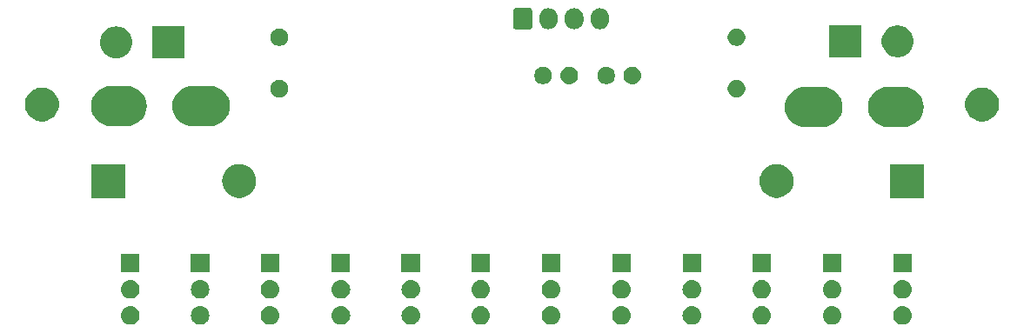
<source format=gbr>
G04 #@! TF.GenerationSoftware,KiCad,Pcbnew,(5.1.2)-2*
G04 #@! TF.CreationDate,2019-10-27T19:51:02+01:00*
G04 #@! TF.ProjectId,Servo_PCB,53657276-6f5f-4504-9342-2e6b69636164,rev?*
G04 #@! TF.SameCoordinates,Original*
G04 #@! TF.FileFunction,Soldermask,Bot*
G04 #@! TF.FilePolarity,Negative*
%FSLAX46Y46*%
G04 Gerber Fmt 4.6, Leading zero omitted, Abs format (unit mm)*
G04 Created by KiCad (PCBNEW (5.1.2)-2) date 2019-10-27 19:51:02*
%MOMM*%
%LPD*%
G04 APERTURE LIST*
%ADD10C,0.100000*%
G04 APERTURE END LIST*
D10*
G36*
X83310443Y-91685519D02*
G01*
X83376627Y-91692037D01*
X83546466Y-91743557D01*
X83702991Y-91827222D01*
X83738729Y-91856552D01*
X83840186Y-91939814D01*
X83923448Y-92041271D01*
X83952778Y-92077009D01*
X84036443Y-92233534D01*
X84087963Y-92403373D01*
X84105359Y-92580000D01*
X84087963Y-92756627D01*
X84036443Y-92926466D01*
X83952778Y-93082991D01*
X83923448Y-93118729D01*
X83840186Y-93220186D01*
X83738729Y-93303448D01*
X83702991Y-93332778D01*
X83546466Y-93416443D01*
X83376627Y-93467963D01*
X83310442Y-93474482D01*
X83244260Y-93481000D01*
X83155740Y-93481000D01*
X83089558Y-93474482D01*
X83023373Y-93467963D01*
X82853534Y-93416443D01*
X82697009Y-93332778D01*
X82661271Y-93303448D01*
X82559814Y-93220186D01*
X82476552Y-93118729D01*
X82447222Y-93082991D01*
X82363557Y-92926466D01*
X82312037Y-92756627D01*
X82294641Y-92580000D01*
X82312037Y-92403373D01*
X82363557Y-92233534D01*
X82447222Y-92077009D01*
X82476552Y-92041271D01*
X82559814Y-91939814D01*
X82661271Y-91856552D01*
X82697009Y-91827222D01*
X82853534Y-91743557D01*
X83023373Y-91692037D01*
X83089557Y-91685519D01*
X83155740Y-91679000D01*
X83244260Y-91679000D01*
X83310443Y-91685519D01*
X83310443Y-91685519D01*
G37*
G36*
X131110443Y-91685519D02*
G01*
X131176627Y-91692037D01*
X131346466Y-91743557D01*
X131502991Y-91827222D01*
X131538729Y-91856552D01*
X131640186Y-91939814D01*
X131723448Y-92041271D01*
X131752778Y-92077009D01*
X131836443Y-92233534D01*
X131887963Y-92403373D01*
X131905359Y-92580000D01*
X131887963Y-92756627D01*
X131836443Y-92926466D01*
X131752778Y-93082991D01*
X131723448Y-93118729D01*
X131640186Y-93220186D01*
X131538729Y-93303448D01*
X131502991Y-93332778D01*
X131346466Y-93416443D01*
X131176627Y-93467963D01*
X131110442Y-93474482D01*
X131044260Y-93481000D01*
X130955740Y-93481000D01*
X130889558Y-93474482D01*
X130823373Y-93467963D01*
X130653534Y-93416443D01*
X130497009Y-93332778D01*
X130461271Y-93303448D01*
X130359814Y-93220186D01*
X130276552Y-93118729D01*
X130247222Y-93082991D01*
X130163557Y-92926466D01*
X130112037Y-92756627D01*
X130094641Y-92580000D01*
X130112037Y-92403373D01*
X130163557Y-92233534D01*
X130247222Y-92077009D01*
X130276552Y-92041271D01*
X130359814Y-91939814D01*
X130461271Y-91856552D01*
X130497009Y-91827222D01*
X130653534Y-91743557D01*
X130823373Y-91692037D01*
X130889557Y-91685519D01*
X130955740Y-91679000D01*
X131044260Y-91679000D01*
X131110443Y-91685519D01*
X131110443Y-91685519D01*
G37*
G36*
X62810443Y-91685519D02*
G01*
X62876627Y-91692037D01*
X63046466Y-91743557D01*
X63202991Y-91827222D01*
X63238729Y-91856552D01*
X63340186Y-91939814D01*
X63423448Y-92041271D01*
X63452778Y-92077009D01*
X63536443Y-92233534D01*
X63587963Y-92403373D01*
X63605359Y-92580000D01*
X63587963Y-92756627D01*
X63536443Y-92926466D01*
X63452778Y-93082991D01*
X63423448Y-93118729D01*
X63340186Y-93220186D01*
X63238729Y-93303448D01*
X63202991Y-93332778D01*
X63046466Y-93416443D01*
X62876627Y-93467963D01*
X62810442Y-93474482D01*
X62744260Y-93481000D01*
X62655740Y-93481000D01*
X62589558Y-93474482D01*
X62523373Y-93467963D01*
X62353534Y-93416443D01*
X62197009Y-93332778D01*
X62161271Y-93303448D01*
X62059814Y-93220186D01*
X61976552Y-93118729D01*
X61947222Y-93082991D01*
X61863557Y-92926466D01*
X61812037Y-92756627D01*
X61794641Y-92580000D01*
X61812037Y-92403373D01*
X61863557Y-92233534D01*
X61947222Y-92077009D01*
X61976552Y-92041271D01*
X62059814Y-91939814D01*
X62161271Y-91856552D01*
X62197009Y-91827222D01*
X62353534Y-91743557D01*
X62523373Y-91692037D01*
X62589557Y-91685519D01*
X62655740Y-91679000D01*
X62744260Y-91679000D01*
X62810443Y-91685519D01*
X62810443Y-91685519D01*
G37*
G36*
X69610443Y-91685519D02*
G01*
X69676627Y-91692037D01*
X69846466Y-91743557D01*
X70002991Y-91827222D01*
X70038729Y-91856552D01*
X70140186Y-91939814D01*
X70223448Y-92041271D01*
X70252778Y-92077009D01*
X70336443Y-92233534D01*
X70387963Y-92403373D01*
X70405359Y-92580000D01*
X70387963Y-92756627D01*
X70336443Y-92926466D01*
X70252778Y-93082991D01*
X70223448Y-93118729D01*
X70140186Y-93220186D01*
X70038729Y-93303448D01*
X70002991Y-93332778D01*
X69846466Y-93416443D01*
X69676627Y-93467963D01*
X69610442Y-93474482D01*
X69544260Y-93481000D01*
X69455740Y-93481000D01*
X69389558Y-93474482D01*
X69323373Y-93467963D01*
X69153534Y-93416443D01*
X68997009Y-93332778D01*
X68961271Y-93303448D01*
X68859814Y-93220186D01*
X68776552Y-93118729D01*
X68747222Y-93082991D01*
X68663557Y-92926466D01*
X68612037Y-92756627D01*
X68594641Y-92580000D01*
X68612037Y-92403373D01*
X68663557Y-92233534D01*
X68747222Y-92077009D01*
X68776552Y-92041271D01*
X68859814Y-91939814D01*
X68961271Y-91856552D01*
X68997009Y-91827222D01*
X69153534Y-91743557D01*
X69323373Y-91692037D01*
X69389557Y-91685519D01*
X69455740Y-91679000D01*
X69544260Y-91679000D01*
X69610443Y-91685519D01*
X69610443Y-91685519D01*
G37*
G36*
X76410443Y-91685519D02*
G01*
X76476627Y-91692037D01*
X76646466Y-91743557D01*
X76802991Y-91827222D01*
X76838729Y-91856552D01*
X76940186Y-91939814D01*
X77023448Y-92041271D01*
X77052778Y-92077009D01*
X77136443Y-92233534D01*
X77187963Y-92403373D01*
X77205359Y-92580000D01*
X77187963Y-92756627D01*
X77136443Y-92926466D01*
X77052778Y-93082991D01*
X77023448Y-93118729D01*
X76940186Y-93220186D01*
X76838729Y-93303448D01*
X76802991Y-93332778D01*
X76646466Y-93416443D01*
X76476627Y-93467963D01*
X76410442Y-93474482D01*
X76344260Y-93481000D01*
X76255740Y-93481000D01*
X76189558Y-93474482D01*
X76123373Y-93467963D01*
X75953534Y-93416443D01*
X75797009Y-93332778D01*
X75761271Y-93303448D01*
X75659814Y-93220186D01*
X75576552Y-93118729D01*
X75547222Y-93082991D01*
X75463557Y-92926466D01*
X75412037Y-92756627D01*
X75394641Y-92580000D01*
X75412037Y-92403373D01*
X75463557Y-92233534D01*
X75547222Y-92077009D01*
X75576552Y-92041271D01*
X75659814Y-91939814D01*
X75761271Y-91856552D01*
X75797009Y-91827222D01*
X75953534Y-91743557D01*
X76123373Y-91692037D01*
X76189557Y-91685519D01*
X76255740Y-91679000D01*
X76344260Y-91679000D01*
X76410443Y-91685519D01*
X76410443Y-91685519D01*
G37*
G36*
X137960443Y-91685519D02*
G01*
X138026627Y-91692037D01*
X138196466Y-91743557D01*
X138352991Y-91827222D01*
X138388729Y-91856552D01*
X138490186Y-91939814D01*
X138573448Y-92041271D01*
X138602778Y-92077009D01*
X138686443Y-92233534D01*
X138737963Y-92403373D01*
X138755359Y-92580000D01*
X138737963Y-92756627D01*
X138686443Y-92926466D01*
X138602778Y-93082991D01*
X138573448Y-93118729D01*
X138490186Y-93220186D01*
X138388729Y-93303448D01*
X138352991Y-93332778D01*
X138196466Y-93416443D01*
X138026627Y-93467963D01*
X137960442Y-93474482D01*
X137894260Y-93481000D01*
X137805740Y-93481000D01*
X137739558Y-93474482D01*
X137673373Y-93467963D01*
X137503534Y-93416443D01*
X137347009Y-93332778D01*
X137311271Y-93303448D01*
X137209814Y-93220186D01*
X137126552Y-93118729D01*
X137097222Y-93082991D01*
X137013557Y-92926466D01*
X136962037Y-92756627D01*
X136944641Y-92580000D01*
X136962037Y-92403373D01*
X137013557Y-92233534D01*
X137097222Y-92077009D01*
X137126552Y-92041271D01*
X137209814Y-91939814D01*
X137311271Y-91856552D01*
X137347009Y-91827222D01*
X137503534Y-91743557D01*
X137673373Y-91692037D01*
X137739557Y-91685519D01*
X137805740Y-91679000D01*
X137894260Y-91679000D01*
X137960443Y-91685519D01*
X137960443Y-91685519D01*
G37*
G36*
X124260443Y-91685519D02*
G01*
X124326627Y-91692037D01*
X124496466Y-91743557D01*
X124652991Y-91827222D01*
X124688729Y-91856552D01*
X124790186Y-91939814D01*
X124873448Y-92041271D01*
X124902778Y-92077009D01*
X124986443Y-92233534D01*
X125037963Y-92403373D01*
X125055359Y-92580000D01*
X125037963Y-92756627D01*
X124986443Y-92926466D01*
X124902778Y-93082991D01*
X124873448Y-93118729D01*
X124790186Y-93220186D01*
X124688729Y-93303448D01*
X124652991Y-93332778D01*
X124496466Y-93416443D01*
X124326627Y-93467963D01*
X124260442Y-93474482D01*
X124194260Y-93481000D01*
X124105740Y-93481000D01*
X124039558Y-93474482D01*
X123973373Y-93467963D01*
X123803534Y-93416443D01*
X123647009Y-93332778D01*
X123611271Y-93303448D01*
X123509814Y-93220186D01*
X123426552Y-93118729D01*
X123397222Y-93082991D01*
X123313557Y-92926466D01*
X123262037Y-92756627D01*
X123244641Y-92580000D01*
X123262037Y-92403373D01*
X123313557Y-92233534D01*
X123397222Y-92077009D01*
X123426552Y-92041271D01*
X123509814Y-91939814D01*
X123611271Y-91856552D01*
X123647009Y-91827222D01*
X123803534Y-91743557D01*
X123973373Y-91692037D01*
X124039557Y-91685519D01*
X124105740Y-91679000D01*
X124194260Y-91679000D01*
X124260443Y-91685519D01*
X124260443Y-91685519D01*
G37*
G36*
X117460443Y-91685519D02*
G01*
X117526627Y-91692037D01*
X117696466Y-91743557D01*
X117852991Y-91827222D01*
X117888729Y-91856552D01*
X117990186Y-91939814D01*
X118073448Y-92041271D01*
X118102778Y-92077009D01*
X118186443Y-92233534D01*
X118237963Y-92403373D01*
X118255359Y-92580000D01*
X118237963Y-92756627D01*
X118186443Y-92926466D01*
X118102778Y-93082991D01*
X118073448Y-93118729D01*
X117990186Y-93220186D01*
X117888729Y-93303448D01*
X117852991Y-93332778D01*
X117696466Y-93416443D01*
X117526627Y-93467963D01*
X117460442Y-93474482D01*
X117394260Y-93481000D01*
X117305740Y-93481000D01*
X117239558Y-93474482D01*
X117173373Y-93467963D01*
X117003534Y-93416443D01*
X116847009Y-93332778D01*
X116811271Y-93303448D01*
X116709814Y-93220186D01*
X116626552Y-93118729D01*
X116597222Y-93082991D01*
X116513557Y-92926466D01*
X116462037Y-92756627D01*
X116444641Y-92580000D01*
X116462037Y-92403373D01*
X116513557Y-92233534D01*
X116597222Y-92077009D01*
X116626552Y-92041271D01*
X116709814Y-91939814D01*
X116811271Y-91856552D01*
X116847009Y-91827222D01*
X117003534Y-91743557D01*
X117173373Y-91692037D01*
X117239557Y-91685519D01*
X117305740Y-91679000D01*
X117394260Y-91679000D01*
X117460443Y-91685519D01*
X117460443Y-91685519D01*
G37*
G36*
X110610443Y-91685519D02*
G01*
X110676627Y-91692037D01*
X110846466Y-91743557D01*
X111002991Y-91827222D01*
X111038729Y-91856552D01*
X111140186Y-91939814D01*
X111223448Y-92041271D01*
X111252778Y-92077009D01*
X111336443Y-92233534D01*
X111387963Y-92403373D01*
X111405359Y-92580000D01*
X111387963Y-92756627D01*
X111336443Y-92926466D01*
X111252778Y-93082991D01*
X111223448Y-93118729D01*
X111140186Y-93220186D01*
X111038729Y-93303448D01*
X111002991Y-93332778D01*
X110846466Y-93416443D01*
X110676627Y-93467963D01*
X110610442Y-93474482D01*
X110544260Y-93481000D01*
X110455740Y-93481000D01*
X110389558Y-93474482D01*
X110323373Y-93467963D01*
X110153534Y-93416443D01*
X109997009Y-93332778D01*
X109961271Y-93303448D01*
X109859814Y-93220186D01*
X109776552Y-93118729D01*
X109747222Y-93082991D01*
X109663557Y-92926466D01*
X109612037Y-92756627D01*
X109594641Y-92580000D01*
X109612037Y-92403373D01*
X109663557Y-92233534D01*
X109747222Y-92077009D01*
X109776552Y-92041271D01*
X109859814Y-91939814D01*
X109961271Y-91856552D01*
X109997009Y-91827222D01*
X110153534Y-91743557D01*
X110323373Y-91692037D01*
X110389557Y-91685519D01*
X110455740Y-91679000D01*
X110544260Y-91679000D01*
X110610443Y-91685519D01*
X110610443Y-91685519D01*
G37*
G36*
X103760443Y-91685519D02*
G01*
X103826627Y-91692037D01*
X103996466Y-91743557D01*
X104152991Y-91827222D01*
X104188729Y-91856552D01*
X104290186Y-91939814D01*
X104373448Y-92041271D01*
X104402778Y-92077009D01*
X104486443Y-92233534D01*
X104537963Y-92403373D01*
X104555359Y-92580000D01*
X104537963Y-92756627D01*
X104486443Y-92926466D01*
X104402778Y-93082991D01*
X104373448Y-93118729D01*
X104290186Y-93220186D01*
X104188729Y-93303448D01*
X104152991Y-93332778D01*
X103996466Y-93416443D01*
X103826627Y-93467963D01*
X103760442Y-93474482D01*
X103694260Y-93481000D01*
X103605740Y-93481000D01*
X103539558Y-93474482D01*
X103473373Y-93467963D01*
X103303534Y-93416443D01*
X103147009Y-93332778D01*
X103111271Y-93303448D01*
X103009814Y-93220186D01*
X102926552Y-93118729D01*
X102897222Y-93082991D01*
X102813557Y-92926466D01*
X102762037Y-92756627D01*
X102744641Y-92580000D01*
X102762037Y-92403373D01*
X102813557Y-92233534D01*
X102897222Y-92077009D01*
X102926552Y-92041271D01*
X103009814Y-91939814D01*
X103111271Y-91856552D01*
X103147009Y-91827222D01*
X103303534Y-91743557D01*
X103473373Y-91692037D01*
X103539557Y-91685519D01*
X103605740Y-91679000D01*
X103694260Y-91679000D01*
X103760443Y-91685519D01*
X103760443Y-91685519D01*
G37*
G36*
X96910443Y-91685519D02*
G01*
X96976627Y-91692037D01*
X97146466Y-91743557D01*
X97302991Y-91827222D01*
X97338729Y-91856552D01*
X97440186Y-91939814D01*
X97523448Y-92041271D01*
X97552778Y-92077009D01*
X97636443Y-92233534D01*
X97687963Y-92403373D01*
X97705359Y-92580000D01*
X97687963Y-92756627D01*
X97636443Y-92926466D01*
X97552778Y-93082991D01*
X97523448Y-93118729D01*
X97440186Y-93220186D01*
X97338729Y-93303448D01*
X97302991Y-93332778D01*
X97146466Y-93416443D01*
X96976627Y-93467963D01*
X96910442Y-93474482D01*
X96844260Y-93481000D01*
X96755740Y-93481000D01*
X96689558Y-93474482D01*
X96623373Y-93467963D01*
X96453534Y-93416443D01*
X96297009Y-93332778D01*
X96261271Y-93303448D01*
X96159814Y-93220186D01*
X96076552Y-93118729D01*
X96047222Y-93082991D01*
X95963557Y-92926466D01*
X95912037Y-92756627D01*
X95894641Y-92580000D01*
X95912037Y-92403373D01*
X95963557Y-92233534D01*
X96047222Y-92077009D01*
X96076552Y-92041271D01*
X96159814Y-91939814D01*
X96261271Y-91856552D01*
X96297009Y-91827222D01*
X96453534Y-91743557D01*
X96623373Y-91692037D01*
X96689557Y-91685519D01*
X96755740Y-91679000D01*
X96844260Y-91679000D01*
X96910443Y-91685519D01*
X96910443Y-91685519D01*
G37*
G36*
X90110443Y-91685519D02*
G01*
X90176627Y-91692037D01*
X90346466Y-91743557D01*
X90502991Y-91827222D01*
X90538729Y-91856552D01*
X90640186Y-91939814D01*
X90723448Y-92041271D01*
X90752778Y-92077009D01*
X90836443Y-92233534D01*
X90887963Y-92403373D01*
X90905359Y-92580000D01*
X90887963Y-92756627D01*
X90836443Y-92926466D01*
X90752778Y-93082991D01*
X90723448Y-93118729D01*
X90640186Y-93220186D01*
X90538729Y-93303448D01*
X90502991Y-93332778D01*
X90346466Y-93416443D01*
X90176627Y-93467963D01*
X90110442Y-93474482D01*
X90044260Y-93481000D01*
X89955740Y-93481000D01*
X89889558Y-93474482D01*
X89823373Y-93467963D01*
X89653534Y-93416443D01*
X89497009Y-93332778D01*
X89461271Y-93303448D01*
X89359814Y-93220186D01*
X89276552Y-93118729D01*
X89247222Y-93082991D01*
X89163557Y-92926466D01*
X89112037Y-92756627D01*
X89094641Y-92580000D01*
X89112037Y-92403373D01*
X89163557Y-92233534D01*
X89247222Y-92077009D01*
X89276552Y-92041271D01*
X89359814Y-91939814D01*
X89461271Y-91856552D01*
X89497009Y-91827222D01*
X89653534Y-91743557D01*
X89823373Y-91692037D01*
X89889557Y-91685519D01*
X89955740Y-91679000D01*
X90044260Y-91679000D01*
X90110443Y-91685519D01*
X90110443Y-91685519D01*
G37*
G36*
X110610443Y-89145519D02*
G01*
X110676627Y-89152037D01*
X110846466Y-89203557D01*
X111002991Y-89287222D01*
X111038729Y-89316552D01*
X111140186Y-89399814D01*
X111223448Y-89501271D01*
X111252778Y-89537009D01*
X111336443Y-89693534D01*
X111387963Y-89863373D01*
X111405359Y-90040000D01*
X111387963Y-90216627D01*
X111336443Y-90386466D01*
X111252778Y-90542991D01*
X111223448Y-90578729D01*
X111140186Y-90680186D01*
X111038729Y-90763448D01*
X111002991Y-90792778D01*
X110846466Y-90876443D01*
X110676627Y-90927963D01*
X110610443Y-90934481D01*
X110544260Y-90941000D01*
X110455740Y-90941000D01*
X110389557Y-90934481D01*
X110323373Y-90927963D01*
X110153534Y-90876443D01*
X109997009Y-90792778D01*
X109961271Y-90763448D01*
X109859814Y-90680186D01*
X109776552Y-90578729D01*
X109747222Y-90542991D01*
X109663557Y-90386466D01*
X109612037Y-90216627D01*
X109594641Y-90040000D01*
X109612037Y-89863373D01*
X109663557Y-89693534D01*
X109747222Y-89537009D01*
X109776552Y-89501271D01*
X109859814Y-89399814D01*
X109961271Y-89316552D01*
X109997009Y-89287222D01*
X110153534Y-89203557D01*
X110323373Y-89152037D01*
X110389557Y-89145519D01*
X110455740Y-89139000D01*
X110544260Y-89139000D01*
X110610443Y-89145519D01*
X110610443Y-89145519D01*
G37*
G36*
X90110443Y-89145519D02*
G01*
X90176627Y-89152037D01*
X90346466Y-89203557D01*
X90502991Y-89287222D01*
X90538729Y-89316552D01*
X90640186Y-89399814D01*
X90723448Y-89501271D01*
X90752778Y-89537009D01*
X90836443Y-89693534D01*
X90887963Y-89863373D01*
X90905359Y-90040000D01*
X90887963Y-90216627D01*
X90836443Y-90386466D01*
X90752778Y-90542991D01*
X90723448Y-90578729D01*
X90640186Y-90680186D01*
X90538729Y-90763448D01*
X90502991Y-90792778D01*
X90346466Y-90876443D01*
X90176627Y-90927963D01*
X90110443Y-90934481D01*
X90044260Y-90941000D01*
X89955740Y-90941000D01*
X89889557Y-90934481D01*
X89823373Y-90927963D01*
X89653534Y-90876443D01*
X89497009Y-90792778D01*
X89461271Y-90763448D01*
X89359814Y-90680186D01*
X89276552Y-90578729D01*
X89247222Y-90542991D01*
X89163557Y-90386466D01*
X89112037Y-90216627D01*
X89094641Y-90040000D01*
X89112037Y-89863373D01*
X89163557Y-89693534D01*
X89247222Y-89537009D01*
X89276552Y-89501271D01*
X89359814Y-89399814D01*
X89461271Y-89316552D01*
X89497009Y-89287222D01*
X89653534Y-89203557D01*
X89823373Y-89152037D01*
X89889557Y-89145519D01*
X89955740Y-89139000D01*
X90044260Y-89139000D01*
X90110443Y-89145519D01*
X90110443Y-89145519D01*
G37*
G36*
X83310443Y-89145519D02*
G01*
X83376627Y-89152037D01*
X83546466Y-89203557D01*
X83702991Y-89287222D01*
X83738729Y-89316552D01*
X83840186Y-89399814D01*
X83923448Y-89501271D01*
X83952778Y-89537009D01*
X84036443Y-89693534D01*
X84087963Y-89863373D01*
X84105359Y-90040000D01*
X84087963Y-90216627D01*
X84036443Y-90386466D01*
X83952778Y-90542991D01*
X83923448Y-90578729D01*
X83840186Y-90680186D01*
X83738729Y-90763448D01*
X83702991Y-90792778D01*
X83546466Y-90876443D01*
X83376627Y-90927963D01*
X83310443Y-90934481D01*
X83244260Y-90941000D01*
X83155740Y-90941000D01*
X83089557Y-90934481D01*
X83023373Y-90927963D01*
X82853534Y-90876443D01*
X82697009Y-90792778D01*
X82661271Y-90763448D01*
X82559814Y-90680186D01*
X82476552Y-90578729D01*
X82447222Y-90542991D01*
X82363557Y-90386466D01*
X82312037Y-90216627D01*
X82294641Y-90040000D01*
X82312037Y-89863373D01*
X82363557Y-89693534D01*
X82447222Y-89537009D01*
X82476552Y-89501271D01*
X82559814Y-89399814D01*
X82661271Y-89316552D01*
X82697009Y-89287222D01*
X82853534Y-89203557D01*
X83023373Y-89152037D01*
X83089557Y-89145519D01*
X83155740Y-89139000D01*
X83244260Y-89139000D01*
X83310443Y-89145519D01*
X83310443Y-89145519D01*
G37*
G36*
X76410443Y-89145519D02*
G01*
X76476627Y-89152037D01*
X76646466Y-89203557D01*
X76802991Y-89287222D01*
X76838729Y-89316552D01*
X76940186Y-89399814D01*
X77023448Y-89501271D01*
X77052778Y-89537009D01*
X77136443Y-89693534D01*
X77187963Y-89863373D01*
X77205359Y-90040000D01*
X77187963Y-90216627D01*
X77136443Y-90386466D01*
X77052778Y-90542991D01*
X77023448Y-90578729D01*
X76940186Y-90680186D01*
X76838729Y-90763448D01*
X76802991Y-90792778D01*
X76646466Y-90876443D01*
X76476627Y-90927963D01*
X76410443Y-90934481D01*
X76344260Y-90941000D01*
X76255740Y-90941000D01*
X76189557Y-90934481D01*
X76123373Y-90927963D01*
X75953534Y-90876443D01*
X75797009Y-90792778D01*
X75761271Y-90763448D01*
X75659814Y-90680186D01*
X75576552Y-90578729D01*
X75547222Y-90542991D01*
X75463557Y-90386466D01*
X75412037Y-90216627D01*
X75394641Y-90040000D01*
X75412037Y-89863373D01*
X75463557Y-89693534D01*
X75547222Y-89537009D01*
X75576552Y-89501271D01*
X75659814Y-89399814D01*
X75761271Y-89316552D01*
X75797009Y-89287222D01*
X75953534Y-89203557D01*
X76123373Y-89152037D01*
X76189557Y-89145519D01*
X76255740Y-89139000D01*
X76344260Y-89139000D01*
X76410443Y-89145519D01*
X76410443Y-89145519D01*
G37*
G36*
X137960443Y-89145519D02*
G01*
X138026627Y-89152037D01*
X138196466Y-89203557D01*
X138352991Y-89287222D01*
X138388729Y-89316552D01*
X138490186Y-89399814D01*
X138573448Y-89501271D01*
X138602778Y-89537009D01*
X138686443Y-89693534D01*
X138737963Y-89863373D01*
X138755359Y-90040000D01*
X138737963Y-90216627D01*
X138686443Y-90386466D01*
X138602778Y-90542991D01*
X138573448Y-90578729D01*
X138490186Y-90680186D01*
X138388729Y-90763448D01*
X138352991Y-90792778D01*
X138196466Y-90876443D01*
X138026627Y-90927963D01*
X137960443Y-90934481D01*
X137894260Y-90941000D01*
X137805740Y-90941000D01*
X137739557Y-90934481D01*
X137673373Y-90927963D01*
X137503534Y-90876443D01*
X137347009Y-90792778D01*
X137311271Y-90763448D01*
X137209814Y-90680186D01*
X137126552Y-90578729D01*
X137097222Y-90542991D01*
X137013557Y-90386466D01*
X136962037Y-90216627D01*
X136944641Y-90040000D01*
X136962037Y-89863373D01*
X137013557Y-89693534D01*
X137097222Y-89537009D01*
X137126552Y-89501271D01*
X137209814Y-89399814D01*
X137311271Y-89316552D01*
X137347009Y-89287222D01*
X137503534Y-89203557D01*
X137673373Y-89152037D01*
X137739557Y-89145519D01*
X137805740Y-89139000D01*
X137894260Y-89139000D01*
X137960443Y-89145519D01*
X137960443Y-89145519D01*
G37*
G36*
X131110443Y-89145519D02*
G01*
X131176627Y-89152037D01*
X131346466Y-89203557D01*
X131502991Y-89287222D01*
X131538729Y-89316552D01*
X131640186Y-89399814D01*
X131723448Y-89501271D01*
X131752778Y-89537009D01*
X131836443Y-89693534D01*
X131887963Y-89863373D01*
X131905359Y-90040000D01*
X131887963Y-90216627D01*
X131836443Y-90386466D01*
X131752778Y-90542991D01*
X131723448Y-90578729D01*
X131640186Y-90680186D01*
X131538729Y-90763448D01*
X131502991Y-90792778D01*
X131346466Y-90876443D01*
X131176627Y-90927963D01*
X131110443Y-90934481D01*
X131044260Y-90941000D01*
X130955740Y-90941000D01*
X130889557Y-90934481D01*
X130823373Y-90927963D01*
X130653534Y-90876443D01*
X130497009Y-90792778D01*
X130461271Y-90763448D01*
X130359814Y-90680186D01*
X130276552Y-90578729D01*
X130247222Y-90542991D01*
X130163557Y-90386466D01*
X130112037Y-90216627D01*
X130094641Y-90040000D01*
X130112037Y-89863373D01*
X130163557Y-89693534D01*
X130247222Y-89537009D01*
X130276552Y-89501271D01*
X130359814Y-89399814D01*
X130461271Y-89316552D01*
X130497009Y-89287222D01*
X130653534Y-89203557D01*
X130823373Y-89152037D01*
X130889557Y-89145519D01*
X130955740Y-89139000D01*
X131044260Y-89139000D01*
X131110443Y-89145519D01*
X131110443Y-89145519D01*
G37*
G36*
X62810443Y-89145519D02*
G01*
X62876627Y-89152037D01*
X63046466Y-89203557D01*
X63202991Y-89287222D01*
X63238729Y-89316552D01*
X63340186Y-89399814D01*
X63423448Y-89501271D01*
X63452778Y-89537009D01*
X63536443Y-89693534D01*
X63587963Y-89863373D01*
X63605359Y-90040000D01*
X63587963Y-90216627D01*
X63536443Y-90386466D01*
X63452778Y-90542991D01*
X63423448Y-90578729D01*
X63340186Y-90680186D01*
X63238729Y-90763448D01*
X63202991Y-90792778D01*
X63046466Y-90876443D01*
X62876627Y-90927963D01*
X62810443Y-90934481D01*
X62744260Y-90941000D01*
X62655740Y-90941000D01*
X62589557Y-90934481D01*
X62523373Y-90927963D01*
X62353534Y-90876443D01*
X62197009Y-90792778D01*
X62161271Y-90763448D01*
X62059814Y-90680186D01*
X61976552Y-90578729D01*
X61947222Y-90542991D01*
X61863557Y-90386466D01*
X61812037Y-90216627D01*
X61794641Y-90040000D01*
X61812037Y-89863373D01*
X61863557Y-89693534D01*
X61947222Y-89537009D01*
X61976552Y-89501271D01*
X62059814Y-89399814D01*
X62161271Y-89316552D01*
X62197009Y-89287222D01*
X62353534Y-89203557D01*
X62523373Y-89152037D01*
X62589557Y-89145519D01*
X62655740Y-89139000D01*
X62744260Y-89139000D01*
X62810443Y-89145519D01*
X62810443Y-89145519D01*
G37*
G36*
X124260443Y-89145519D02*
G01*
X124326627Y-89152037D01*
X124496466Y-89203557D01*
X124652991Y-89287222D01*
X124688729Y-89316552D01*
X124790186Y-89399814D01*
X124873448Y-89501271D01*
X124902778Y-89537009D01*
X124986443Y-89693534D01*
X125037963Y-89863373D01*
X125055359Y-90040000D01*
X125037963Y-90216627D01*
X124986443Y-90386466D01*
X124902778Y-90542991D01*
X124873448Y-90578729D01*
X124790186Y-90680186D01*
X124688729Y-90763448D01*
X124652991Y-90792778D01*
X124496466Y-90876443D01*
X124326627Y-90927963D01*
X124260443Y-90934481D01*
X124194260Y-90941000D01*
X124105740Y-90941000D01*
X124039557Y-90934481D01*
X123973373Y-90927963D01*
X123803534Y-90876443D01*
X123647009Y-90792778D01*
X123611271Y-90763448D01*
X123509814Y-90680186D01*
X123426552Y-90578729D01*
X123397222Y-90542991D01*
X123313557Y-90386466D01*
X123262037Y-90216627D01*
X123244641Y-90040000D01*
X123262037Y-89863373D01*
X123313557Y-89693534D01*
X123397222Y-89537009D01*
X123426552Y-89501271D01*
X123509814Y-89399814D01*
X123611271Y-89316552D01*
X123647009Y-89287222D01*
X123803534Y-89203557D01*
X123973373Y-89152037D01*
X124039557Y-89145519D01*
X124105740Y-89139000D01*
X124194260Y-89139000D01*
X124260443Y-89145519D01*
X124260443Y-89145519D01*
G37*
G36*
X117460443Y-89145519D02*
G01*
X117526627Y-89152037D01*
X117696466Y-89203557D01*
X117852991Y-89287222D01*
X117888729Y-89316552D01*
X117990186Y-89399814D01*
X118073448Y-89501271D01*
X118102778Y-89537009D01*
X118186443Y-89693534D01*
X118237963Y-89863373D01*
X118255359Y-90040000D01*
X118237963Y-90216627D01*
X118186443Y-90386466D01*
X118102778Y-90542991D01*
X118073448Y-90578729D01*
X117990186Y-90680186D01*
X117888729Y-90763448D01*
X117852991Y-90792778D01*
X117696466Y-90876443D01*
X117526627Y-90927963D01*
X117460443Y-90934481D01*
X117394260Y-90941000D01*
X117305740Y-90941000D01*
X117239557Y-90934481D01*
X117173373Y-90927963D01*
X117003534Y-90876443D01*
X116847009Y-90792778D01*
X116811271Y-90763448D01*
X116709814Y-90680186D01*
X116626552Y-90578729D01*
X116597222Y-90542991D01*
X116513557Y-90386466D01*
X116462037Y-90216627D01*
X116444641Y-90040000D01*
X116462037Y-89863373D01*
X116513557Y-89693534D01*
X116597222Y-89537009D01*
X116626552Y-89501271D01*
X116709814Y-89399814D01*
X116811271Y-89316552D01*
X116847009Y-89287222D01*
X117003534Y-89203557D01*
X117173373Y-89152037D01*
X117239557Y-89145519D01*
X117305740Y-89139000D01*
X117394260Y-89139000D01*
X117460443Y-89145519D01*
X117460443Y-89145519D01*
G37*
G36*
X103760443Y-89145519D02*
G01*
X103826627Y-89152037D01*
X103996466Y-89203557D01*
X104152991Y-89287222D01*
X104188729Y-89316552D01*
X104290186Y-89399814D01*
X104373448Y-89501271D01*
X104402778Y-89537009D01*
X104486443Y-89693534D01*
X104537963Y-89863373D01*
X104555359Y-90040000D01*
X104537963Y-90216627D01*
X104486443Y-90386466D01*
X104402778Y-90542991D01*
X104373448Y-90578729D01*
X104290186Y-90680186D01*
X104188729Y-90763448D01*
X104152991Y-90792778D01*
X103996466Y-90876443D01*
X103826627Y-90927963D01*
X103760443Y-90934481D01*
X103694260Y-90941000D01*
X103605740Y-90941000D01*
X103539557Y-90934481D01*
X103473373Y-90927963D01*
X103303534Y-90876443D01*
X103147009Y-90792778D01*
X103111271Y-90763448D01*
X103009814Y-90680186D01*
X102926552Y-90578729D01*
X102897222Y-90542991D01*
X102813557Y-90386466D01*
X102762037Y-90216627D01*
X102744641Y-90040000D01*
X102762037Y-89863373D01*
X102813557Y-89693534D01*
X102897222Y-89537009D01*
X102926552Y-89501271D01*
X103009814Y-89399814D01*
X103111271Y-89316552D01*
X103147009Y-89287222D01*
X103303534Y-89203557D01*
X103473373Y-89152037D01*
X103539557Y-89145519D01*
X103605740Y-89139000D01*
X103694260Y-89139000D01*
X103760443Y-89145519D01*
X103760443Y-89145519D01*
G37*
G36*
X96910443Y-89145519D02*
G01*
X96976627Y-89152037D01*
X97146466Y-89203557D01*
X97302991Y-89287222D01*
X97338729Y-89316552D01*
X97440186Y-89399814D01*
X97523448Y-89501271D01*
X97552778Y-89537009D01*
X97636443Y-89693534D01*
X97687963Y-89863373D01*
X97705359Y-90040000D01*
X97687963Y-90216627D01*
X97636443Y-90386466D01*
X97552778Y-90542991D01*
X97523448Y-90578729D01*
X97440186Y-90680186D01*
X97338729Y-90763448D01*
X97302991Y-90792778D01*
X97146466Y-90876443D01*
X96976627Y-90927963D01*
X96910443Y-90934481D01*
X96844260Y-90941000D01*
X96755740Y-90941000D01*
X96689557Y-90934481D01*
X96623373Y-90927963D01*
X96453534Y-90876443D01*
X96297009Y-90792778D01*
X96261271Y-90763448D01*
X96159814Y-90680186D01*
X96076552Y-90578729D01*
X96047222Y-90542991D01*
X95963557Y-90386466D01*
X95912037Y-90216627D01*
X95894641Y-90040000D01*
X95912037Y-89863373D01*
X95963557Y-89693534D01*
X96047222Y-89537009D01*
X96076552Y-89501271D01*
X96159814Y-89399814D01*
X96261271Y-89316552D01*
X96297009Y-89287222D01*
X96453534Y-89203557D01*
X96623373Y-89152037D01*
X96689557Y-89145519D01*
X96755740Y-89139000D01*
X96844260Y-89139000D01*
X96910443Y-89145519D01*
X96910443Y-89145519D01*
G37*
G36*
X69610443Y-89145519D02*
G01*
X69676627Y-89152037D01*
X69846466Y-89203557D01*
X70002991Y-89287222D01*
X70038729Y-89316552D01*
X70140186Y-89399814D01*
X70223448Y-89501271D01*
X70252778Y-89537009D01*
X70336443Y-89693534D01*
X70387963Y-89863373D01*
X70405359Y-90040000D01*
X70387963Y-90216627D01*
X70336443Y-90386466D01*
X70252778Y-90542991D01*
X70223448Y-90578729D01*
X70140186Y-90680186D01*
X70038729Y-90763448D01*
X70002991Y-90792778D01*
X69846466Y-90876443D01*
X69676627Y-90927963D01*
X69610443Y-90934481D01*
X69544260Y-90941000D01*
X69455740Y-90941000D01*
X69389557Y-90934481D01*
X69323373Y-90927963D01*
X69153534Y-90876443D01*
X68997009Y-90792778D01*
X68961271Y-90763448D01*
X68859814Y-90680186D01*
X68776552Y-90578729D01*
X68747222Y-90542991D01*
X68663557Y-90386466D01*
X68612037Y-90216627D01*
X68594641Y-90040000D01*
X68612037Y-89863373D01*
X68663557Y-89693534D01*
X68747222Y-89537009D01*
X68776552Y-89501271D01*
X68859814Y-89399814D01*
X68961271Y-89316552D01*
X68997009Y-89287222D01*
X69153534Y-89203557D01*
X69323373Y-89152037D01*
X69389557Y-89145519D01*
X69455740Y-89139000D01*
X69544260Y-89139000D01*
X69610443Y-89145519D01*
X69610443Y-89145519D01*
G37*
G36*
X90901000Y-88401000D02*
G01*
X89099000Y-88401000D01*
X89099000Y-86599000D01*
X90901000Y-86599000D01*
X90901000Y-88401000D01*
X90901000Y-88401000D01*
G37*
G36*
X111401000Y-88401000D02*
G01*
X109599000Y-88401000D01*
X109599000Y-86599000D01*
X111401000Y-86599000D01*
X111401000Y-88401000D01*
X111401000Y-88401000D01*
G37*
G36*
X70401000Y-88401000D02*
G01*
X68599000Y-88401000D01*
X68599000Y-86599000D01*
X70401000Y-86599000D01*
X70401000Y-88401000D01*
X70401000Y-88401000D01*
G37*
G36*
X63601000Y-88401000D02*
G01*
X61799000Y-88401000D01*
X61799000Y-86599000D01*
X63601000Y-86599000D01*
X63601000Y-88401000D01*
X63601000Y-88401000D01*
G37*
G36*
X104551000Y-88401000D02*
G01*
X102749000Y-88401000D01*
X102749000Y-86599000D01*
X104551000Y-86599000D01*
X104551000Y-88401000D01*
X104551000Y-88401000D01*
G37*
G36*
X118251000Y-88401000D02*
G01*
X116449000Y-88401000D01*
X116449000Y-86599000D01*
X118251000Y-86599000D01*
X118251000Y-88401000D01*
X118251000Y-88401000D01*
G37*
G36*
X125051000Y-88401000D02*
G01*
X123249000Y-88401000D01*
X123249000Y-86599000D01*
X125051000Y-86599000D01*
X125051000Y-88401000D01*
X125051000Y-88401000D01*
G37*
G36*
X77201000Y-88401000D02*
G01*
X75399000Y-88401000D01*
X75399000Y-86599000D01*
X77201000Y-86599000D01*
X77201000Y-88401000D01*
X77201000Y-88401000D01*
G37*
G36*
X138751000Y-88401000D02*
G01*
X136949000Y-88401000D01*
X136949000Y-86599000D01*
X138751000Y-86599000D01*
X138751000Y-88401000D01*
X138751000Y-88401000D01*
G37*
G36*
X131901000Y-88401000D02*
G01*
X130099000Y-88401000D01*
X130099000Y-86599000D01*
X131901000Y-86599000D01*
X131901000Y-88401000D01*
X131901000Y-88401000D01*
G37*
G36*
X97701000Y-88401000D02*
G01*
X95899000Y-88401000D01*
X95899000Y-86599000D01*
X97701000Y-86599000D01*
X97701000Y-88401000D01*
X97701000Y-88401000D01*
G37*
G36*
X84101000Y-88401000D02*
G01*
X82299000Y-88401000D01*
X82299000Y-86599000D01*
X84101000Y-86599000D01*
X84101000Y-88401000D01*
X84101000Y-88401000D01*
G37*
G36*
X73623651Y-77872888D02*
G01*
X73934870Y-77967296D01*
X74221680Y-78120599D01*
X74221683Y-78120601D01*
X74221684Y-78120602D01*
X74473082Y-78326918D01*
X74679398Y-78578316D01*
X74679401Y-78578320D01*
X74832704Y-78865130D01*
X74927112Y-79176349D01*
X74958988Y-79500000D01*
X74927112Y-79823651D01*
X74832704Y-80134870D01*
X74679401Y-80421680D01*
X74679399Y-80421683D01*
X74679398Y-80421684D01*
X74473082Y-80673082D01*
X74221684Y-80879398D01*
X74221680Y-80879401D01*
X73934870Y-81032704D01*
X73623651Y-81127112D01*
X73381107Y-81151000D01*
X73218893Y-81151000D01*
X72976349Y-81127112D01*
X72665130Y-81032704D01*
X72378320Y-80879401D01*
X72378316Y-80879398D01*
X72126918Y-80673082D01*
X71920602Y-80421684D01*
X71920601Y-80421683D01*
X71920599Y-80421680D01*
X71767296Y-80134870D01*
X71672888Y-79823651D01*
X71641012Y-79500000D01*
X71672888Y-79176349D01*
X71767296Y-78865130D01*
X71920599Y-78578320D01*
X71920602Y-78578316D01*
X72126918Y-78326918D01*
X72378316Y-78120602D01*
X72378317Y-78120601D01*
X72378320Y-78120599D01*
X72665130Y-77967296D01*
X72976349Y-77872888D01*
X73218893Y-77849000D01*
X73381107Y-77849000D01*
X73623651Y-77872888D01*
X73623651Y-77872888D01*
G37*
G36*
X62251000Y-81151000D02*
G01*
X58949000Y-81151000D01*
X58949000Y-77849000D01*
X62251000Y-77849000D01*
X62251000Y-81151000D01*
X62251000Y-81151000D01*
G37*
G36*
X139951000Y-81151000D02*
G01*
X136649000Y-81151000D01*
X136649000Y-77849000D01*
X139951000Y-77849000D01*
X139951000Y-81151000D01*
X139951000Y-81151000D01*
G37*
G36*
X125923651Y-77872888D02*
G01*
X126234870Y-77967296D01*
X126521680Y-78120599D01*
X126521683Y-78120601D01*
X126521684Y-78120602D01*
X126773082Y-78326918D01*
X126979398Y-78578316D01*
X126979401Y-78578320D01*
X127132704Y-78865130D01*
X127227112Y-79176349D01*
X127258988Y-79500000D01*
X127227112Y-79823651D01*
X127132704Y-80134870D01*
X126979401Y-80421680D01*
X126979399Y-80421683D01*
X126979398Y-80421684D01*
X126773082Y-80673082D01*
X126521684Y-80879398D01*
X126521680Y-80879401D01*
X126234870Y-81032704D01*
X125923651Y-81127112D01*
X125681107Y-81151000D01*
X125518893Y-81151000D01*
X125276349Y-81127112D01*
X124965130Y-81032704D01*
X124678320Y-80879401D01*
X124678316Y-80879398D01*
X124426918Y-80673082D01*
X124220602Y-80421684D01*
X124220601Y-80421683D01*
X124220599Y-80421680D01*
X124067296Y-80134870D01*
X123972888Y-79823651D01*
X123941012Y-79500000D01*
X123972888Y-79176349D01*
X124067296Y-78865130D01*
X124220599Y-78578320D01*
X124220602Y-78578316D01*
X124426918Y-78326918D01*
X124678316Y-78120602D01*
X124678317Y-78120601D01*
X124678320Y-78120599D01*
X124965130Y-77967296D01*
X125276349Y-77872888D01*
X125518893Y-77849000D01*
X125681107Y-77849000D01*
X125923651Y-77872888D01*
X125923651Y-77872888D01*
G37*
G36*
X130432463Y-70377229D02*
G01*
X130800228Y-70488790D01*
X131139162Y-70669954D01*
X131436240Y-70913760D01*
X131680046Y-71210838D01*
X131861210Y-71549772D01*
X131972771Y-71917537D01*
X132010440Y-72300000D01*
X131972771Y-72682463D01*
X131861210Y-73050228D01*
X131680046Y-73389162D01*
X131436240Y-73686240D01*
X131139162Y-73930046D01*
X130800228Y-74111210D01*
X130432463Y-74222771D01*
X130145847Y-74251000D01*
X128254153Y-74251000D01*
X127967537Y-74222771D01*
X127599772Y-74111210D01*
X127260838Y-73930046D01*
X126963760Y-73686240D01*
X126719954Y-73389162D01*
X126538790Y-73050228D01*
X126427229Y-72682463D01*
X126389560Y-72300000D01*
X126427229Y-71917537D01*
X126538790Y-71549772D01*
X126719954Y-71210838D01*
X126963760Y-70913760D01*
X127260838Y-70669954D01*
X127599772Y-70488790D01*
X127967537Y-70377229D01*
X128254153Y-70349000D01*
X130145847Y-70349000D01*
X130432463Y-70377229D01*
X130432463Y-70377229D01*
G37*
G36*
X138332463Y-70377229D02*
G01*
X138700228Y-70488790D01*
X139039162Y-70669954D01*
X139336240Y-70913760D01*
X139580046Y-71210838D01*
X139761210Y-71549772D01*
X139872771Y-71917537D01*
X139910440Y-72300000D01*
X139872771Y-72682463D01*
X139761210Y-73050228D01*
X139580046Y-73389162D01*
X139336240Y-73686240D01*
X139039162Y-73930046D01*
X138700228Y-74111210D01*
X138332463Y-74222771D01*
X138045847Y-74251000D01*
X136354153Y-74251000D01*
X136067537Y-74222771D01*
X135699772Y-74111210D01*
X135360838Y-73930046D01*
X135063760Y-73686240D01*
X134819954Y-73389162D01*
X134638790Y-73050228D01*
X134527229Y-72682463D01*
X134489560Y-72300000D01*
X134527229Y-71917537D01*
X134638790Y-71549772D01*
X134819954Y-71210838D01*
X135063760Y-70913760D01*
X135360838Y-70669954D01*
X135699772Y-70488790D01*
X136067537Y-70377229D01*
X136354153Y-70349000D01*
X138045847Y-70349000D01*
X138332463Y-70377229D01*
X138332463Y-70377229D01*
G37*
G36*
X62732463Y-70277229D02*
G01*
X63100228Y-70388790D01*
X63439162Y-70569954D01*
X63736240Y-70813760D01*
X63980046Y-71110838D01*
X64161210Y-71449772D01*
X64272771Y-71817537D01*
X64310440Y-72200000D01*
X64272771Y-72582463D01*
X64161210Y-72950228D01*
X63980046Y-73289162D01*
X63736240Y-73586240D01*
X63439162Y-73830046D01*
X63100228Y-74011210D01*
X62732463Y-74122771D01*
X62445847Y-74151000D01*
X60754153Y-74151000D01*
X60467537Y-74122771D01*
X60099772Y-74011210D01*
X59760838Y-73830046D01*
X59463760Y-73586240D01*
X59219954Y-73289162D01*
X59038790Y-72950228D01*
X58927229Y-72582463D01*
X58889560Y-72200000D01*
X58927229Y-71817537D01*
X59038790Y-71449772D01*
X59219954Y-71110838D01*
X59463760Y-70813760D01*
X59760838Y-70569954D01*
X60099772Y-70388790D01*
X60467537Y-70277229D01*
X60754153Y-70249000D01*
X62445847Y-70249000D01*
X62732463Y-70277229D01*
X62732463Y-70277229D01*
G37*
G36*
X70832463Y-70277229D02*
G01*
X71200228Y-70388790D01*
X71539162Y-70569954D01*
X71836240Y-70813760D01*
X72080046Y-71110838D01*
X72261210Y-71449772D01*
X72372771Y-71817537D01*
X72410440Y-72200000D01*
X72372771Y-72582463D01*
X72261210Y-72950228D01*
X72080046Y-73289162D01*
X71836240Y-73586240D01*
X71539162Y-73830046D01*
X71200228Y-74011210D01*
X70832463Y-74122771D01*
X70545847Y-74151000D01*
X68654153Y-74151000D01*
X68367537Y-74122771D01*
X67999772Y-74011210D01*
X67660838Y-73830046D01*
X67363760Y-73586240D01*
X67119954Y-73289162D01*
X66938790Y-72950228D01*
X66827229Y-72582463D01*
X66789560Y-72200000D01*
X66827229Y-71817537D01*
X66938790Y-71449772D01*
X67119954Y-71110838D01*
X67363760Y-70813760D01*
X67660838Y-70569954D01*
X67999772Y-70388790D01*
X68367537Y-70277229D01*
X68654153Y-70249000D01*
X70545847Y-70249000D01*
X70832463Y-70277229D01*
X70832463Y-70277229D01*
G37*
G36*
X145975256Y-70441298D02*
G01*
X146081579Y-70462447D01*
X146145181Y-70488792D01*
X146374590Y-70583816D01*
X146382042Y-70586903D01*
X146652451Y-70767585D01*
X146882415Y-70997549D01*
X147063097Y-71267958D01*
X147187553Y-71568421D01*
X147251000Y-71887391D01*
X147251000Y-72212609D01*
X147187553Y-72531579D01*
X147063097Y-72832042D01*
X146882415Y-73102451D01*
X146652451Y-73332415D01*
X146382042Y-73513097D01*
X146081579Y-73637553D01*
X145975256Y-73658702D01*
X145762611Y-73701000D01*
X145437389Y-73701000D01*
X145224744Y-73658702D01*
X145118421Y-73637553D01*
X144817958Y-73513097D01*
X144547549Y-73332415D01*
X144317585Y-73102451D01*
X144136903Y-72832042D01*
X144012447Y-72531579D01*
X143949000Y-72212609D01*
X143949000Y-71887391D01*
X144012447Y-71568421D01*
X144136903Y-71267958D01*
X144317585Y-70997549D01*
X144547549Y-70767585D01*
X144817958Y-70586903D01*
X144825411Y-70583816D01*
X145054819Y-70488792D01*
X145118421Y-70462447D01*
X145224744Y-70441298D01*
X145437389Y-70399000D01*
X145762611Y-70399000D01*
X145975256Y-70441298D01*
X145975256Y-70441298D01*
G37*
G36*
X54475256Y-70441298D02*
G01*
X54581579Y-70462447D01*
X54645181Y-70488792D01*
X54874590Y-70583816D01*
X54882042Y-70586903D01*
X55152451Y-70767585D01*
X55382415Y-70997549D01*
X55563097Y-71267958D01*
X55687553Y-71568421D01*
X55751000Y-71887391D01*
X55751000Y-72212609D01*
X55687553Y-72531579D01*
X55563097Y-72832042D01*
X55382415Y-73102451D01*
X55152451Y-73332415D01*
X54882042Y-73513097D01*
X54581579Y-73637553D01*
X54475256Y-73658702D01*
X54262611Y-73701000D01*
X53937389Y-73701000D01*
X53724744Y-73658702D01*
X53618421Y-73637553D01*
X53317958Y-73513097D01*
X53047549Y-73332415D01*
X52817585Y-73102451D01*
X52636903Y-72832042D01*
X52512447Y-72531579D01*
X52449000Y-72212609D01*
X52449000Y-71887391D01*
X52512447Y-71568421D01*
X52636903Y-71267958D01*
X52817585Y-70997549D01*
X53047549Y-70767585D01*
X53317958Y-70586903D01*
X53325411Y-70583816D01*
X53554819Y-70488792D01*
X53618421Y-70462447D01*
X53724744Y-70441298D01*
X53937389Y-70399000D01*
X54262611Y-70399000D01*
X54475256Y-70441298D01*
X54475256Y-70441298D01*
G37*
G36*
X121948228Y-69681703D02*
G01*
X122103100Y-69745853D01*
X122242481Y-69838985D01*
X122361015Y-69957519D01*
X122454147Y-70096900D01*
X122518297Y-70251772D01*
X122551000Y-70416184D01*
X122551000Y-70583816D01*
X122518297Y-70748228D01*
X122454147Y-70903100D01*
X122361015Y-71042481D01*
X122242481Y-71161015D01*
X122103100Y-71254147D01*
X121948228Y-71318297D01*
X121783816Y-71351000D01*
X121616184Y-71351000D01*
X121451772Y-71318297D01*
X121296900Y-71254147D01*
X121157519Y-71161015D01*
X121038985Y-71042481D01*
X120945853Y-70903100D01*
X120881703Y-70748228D01*
X120849000Y-70583816D01*
X120849000Y-70416184D01*
X120881703Y-70251772D01*
X120945853Y-70096900D01*
X121038985Y-69957519D01*
X121157519Y-69838985D01*
X121296900Y-69745853D01*
X121451772Y-69681703D01*
X121616184Y-69649000D01*
X121783816Y-69649000D01*
X121948228Y-69681703D01*
X121948228Y-69681703D01*
G37*
G36*
X77448228Y-69681703D02*
G01*
X77603100Y-69745853D01*
X77742481Y-69838985D01*
X77861015Y-69957519D01*
X77954147Y-70096900D01*
X78018297Y-70251772D01*
X78051000Y-70416184D01*
X78051000Y-70583816D01*
X78018297Y-70748228D01*
X77954147Y-70903100D01*
X77861015Y-71042481D01*
X77742481Y-71161015D01*
X77603100Y-71254147D01*
X77448228Y-71318297D01*
X77283816Y-71351000D01*
X77116184Y-71351000D01*
X76951772Y-71318297D01*
X76796900Y-71254147D01*
X76657519Y-71161015D01*
X76538985Y-71042481D01*
X76445853Y-70903100D01*
X76381703Y-70748228D01*
X76349000Y-70583816D01*
X76349000Y-70416184D01*
X76381703Y-70251772D01*
X76445853Y-70096900D01*
X76538985Y-69957519D01*
X76657519Y-69838985D01*
X76796900Y-69745853D01*
X76951772Y-69681703D01*
X77116184Y-69649000D01*
X77283816Y-69649000D01*
X77448228Y-69681703D01*
X77448228Y-69681703D01*
G37*
G36*
X109263229Y-68406704D02*
G01*
X109418101Y-68470854D01*
X109557482Y-68563986D01*
X109676016Y-68682520D01*
X109769148Y-68821901D01*
X109833298Y-68976773D01*
X109866001Y-69141185D01*
X109866001Y-69308817D01*
X109833298Y-69473229D01*
X109769148Y-69628101D01*
X109676016Y-69767482D01*
X109557482Y-69886016D01*
X109418101Y-69979148D01*
X109263229Y-70043298D01*
X109098817Y-70076001D01*
X108931185Y-70076001D01*
X108766773Y-70043298D01*
X108611901Y-69979148D01*
X108472520Y-69886016D01*
X108353986Y-69767482D01*
X108260854Y-69628101D01*
X108196704Y-69473229D01*
X108164001Y-69308817D01*
X108164001Y-69141185D01*
X108196704Y-68976773D01*
X108260854Y-68821901D01*
X108353986Y-68682520D01*
X108472520Y-68563986D01*
X108611901Y-68470854D01*
X108766773Y-68406704D01*
X108931185Y-68374001D01*
X109098817Y-68374001D01*
X109263229Y-68406704D01*
X109263229Y-68406704D01*
G37*
G36*
X111721824Y-68386314D02*
G01*
X111882243Y-68434977D01*
X111949362Y-68470853D01*
X112030079Y-68513997D01*
X112159660Y-68620342D01*
X112266005Y-68749923D01*
X112266006Y-68749925D01*
X112345025Y-68897759D01*
X112393688Y-69058178D01*
X112410118Y-69225001D01*
X112393688Y-69391824D01*
X112345025Y-69552243D01*
X112304478Y-69628101D01*
X112266005Y-69700079D01*
X112159660Y-69829660D01*
X112030079Y-69936005D01*
X112030077Y-69936006D01*
X111882243Y-70015025D01*
X111721824Y-70063688D01*
X111596805Y-70076001D01*
X111513197Y-70076001D01*
X111388178Y-70063688D01*
X111227759Y-70015025D01*
X111079925Y-69936006D01*
X111079923Y-69936005D01*
X110950342Y-69829660D01*
X110843997Y-69700079D01*
X110805524Y-69628101D01*
X110764977Y-69552243D01*
X110716314Y-69391824D01*
X110699884Y-69225001D01*
X110716314Y-69058178D01*
X110764977Y-68897759D01*
X110843996Y-68749925D01*
X110843997Y-68749923D01*
X110950342Y-68620342D01*
X111079923Y-68513997D01*
X111160640Y-68470853D01*
X111227759Y-68434977D01*
X111388178Y-68386314D01*
X111513197Y-68374001D01*
X111596805Y-68374001D01*
X111721824Y-68386314D01*
X111721824Y-68386314D01*
G37*
G36*
X103123229Y-68406704D02*
G01*
X103278101Y-68470854D01*
X103417482Y-68563986D01*
X103536016Y-68682520D01*
X103629148Y-68821901D01*
X103693298Y-68976773D01*
X103726001Y-69141185D01*
X103726001Y-69308817D01*
X103693298Y-69473229D01*
X103629148Y-69628101D01*
X103536016Y-69767482D01*
X103417482Y-69886016D01*
X103278101Y-69979148D01*
X103123229Y-70043298D01*
X102958817Y-70076001D01*
X102791185Y-70076001D01*
X102626773Y-70043298D01*
X102471901Y-69979148D01*
X102332520Y-69886016D01*
X102213986Y-69767482D01*
X102120854Y-69628101D01*
X102056704Y-69473229D01*
X102024001Y-69308817D01*
X102024001Y-69141185D01*
X102056704Y-68976773D01*
X102120854Y-68821901D01*
X102213986Y-68682520D01*
X102332520Y-68563986D01*
X102471901Y-68470854D01*
X102626773Y-68406704D01*
X102791185Y-68374001D01*
X102958817Y-68374001D01*
X103123229Y-68406704D01*
X103123229Y-68406704D01*
G37*
G36*
X105581824Y-68386314D02*
G01*
X105742243Y-68434977D01*
X105809362Y-68470853D01*
X105890079Y-68513997D01*
X106019660Y-68620342D01*
X106126005Y-68749923D01*
X106126006Y-68749925D01*
X106205025Y-68897759D01*
X106253688Y-69058178D01*
X106270118Y-69225001D01*
X106253688Y-69391824D01*
X106205025Y-69552243D01*
X106164478Y-69628101D01*
X106126005Y-69700079D01*
X106019660Y-69829660D01*
X105890079Y-69936005D01*
X105890077Y-69936006D01*
X105742243Y-70015025D01*
X105581824Y-70063688D01*
X105456805Y-70076001D01*
X105373197Y-70076001D01*
X105248178Y-70063688D01*
X105087759Y-70015025D01*
X104939925Y-69936006D01*
X104939923Y-69936005D01*
X104810342Y-69829660D01*
X104703997Y-69700079D01*
X104665524Y-69628101D01*
X104624977Y-69552243D01*
X104576314Y-69391824D01*
X104559884Y-69225001D01*
X104576314Y-69058178D01*
X104624977Y-68897759D01*
X104703996Y-68749925D01*
X104703997Y-68749923D01*
X104810342Y-68620342D01*
X104939923Y-68513997D01*
X105020640Y-68470853D01*
X105087759Y-68434977D01*
X105248178Y-68386314D01*
X105373197Y-68374001D01*
X105456805Y-68374001D01*
X105581824Y-68386314D01*
X105581824Y-68386314D01*
G37*
G36*
X67951000Y-67551000D02*
G01*
X64849000Y-67551000D01*
X64849000Y-64449000D01*
X67951000Y-64449000D01*
X67951000Y-67551000D01*
X67951000Y-67551000D01*
G37*
G36*
X61554128Y-64465185D02*
G01*
X61772410Y-64508604D01*
X62054674Y-64625521D01*
X62308705Y-64795259D01*
X62524741Y-65011295D01*
X62694479Y-65265326D01*
X62811396Y-65547590D01*
X62871000Y-65847240D01*
X62871000Y-66152760D01*
X62811396Y-66452410D01*
X62694479Y-66734674D01*
X62524741Y-66988705D01*
X62308705Y-67204741D01*
X62054674Y-67374479D01*
X61772410Y-67491396D01*
X61622585Y-67521198D01*
X61472761Y-67551000D01*
X61167239Y-67551000D01*
X61017415Y-67521198D01*
X60867590Y-67491396D01*
X60585326Y-67374479D01*
X60331295Y-67204741D01*
X60115259Y-66988705D01*
X59945521Y-66734674D01*
X59828604Y-66452410D01*
X59769000Y-66152760D01*
X59769000Y-65847240D01*
X59828604Y-65547590D01*
X59945521Y-65265326D01*
X60115259Y-65011295D01*
X60331295Y-64795259D01*
X60585326Y-64625521D01*
X60867590Y-64508604D01*
X61085872Y-64465185D01*
X61167239Y-64449000D01*
X61472761Y-64449000D01*
X61554128Y-64465185D01*
X61554128Y-64465185D01*
G37*
G36*
X133851000Y-67451000D02*
G01*
X130749000Y-67451000D01*
X130749000Y-64349000D01*
X133851000Y-64349000D01*
X133851000Y-67451000D01*
X133851000Y-67451000D01*
G37*
G36*
X137682585Y-64378802D02*
G01*
X137832410Y-64408604D01*
X138114674Y-64525521D01*
X138368705Y-64695259D01*
X138584741Y-64911295D01*
X138754479Y-65165326D01*
X138871396Y-65447590D01*
X138931000Y-65747240D01*
X138931000Y-66052760D01*
X138871396Y-66352410D01*
X138754479Y-66634674D01*
X138584741Y-66888705D01*
X138368705Y-67104741D01*
X138114674Y-67274479D01*
X137832410Y-67391396D01*
X137682585Y-67421198D01*
X137532761Y-67451000D01*
X137227239Y-67451000D01*
X137077415Y-67421198D01*
X136927590Y-67391396D01*
X136645326Y-67274479D01*
X136391295Y-67104741D01*
X136175259Y-66888705D01*
X136005521Y-66634674D01*
X135888604Y-66352410D01*
X135829000Y-66052760D01*
X135829000Y-65747240D01*
X135888604Y-65447590D01*
X136005521Y-65165326D01*
X136175259Y-64911295D01*
X136391295Y-64695259D01*
X136645326Y-64525521D01*
X136927590Y-64408604D01*
X137077415Y-64378802D01*
X137227239Y-64349000D01*
X137532761Y-64349000D01*
X137682585Y-64378802D01*
X137682585Y-64378802D01*
G37*
G36*
X77448228Y-64681703D02*
G01*
X77603100Y-64745853D01*
X77742481Y-64838985D01*
X77861015Y-64957519D01*
X77954147Y-65096900D01*
X78018297Y-65251772D01*
X78051000Y-65416184D01*
X78051000Y-65583816D01*
X78018297Y-65748228D01*
X77954147Y-65903100D01*
X77861015Y-66042481D01*
X77742481Y-66161015D01*
X77603100Y-66254147D01*
X77448228Y-66318297D01*
X77283816Y-66351000D01*
X77116184Y-66351000D01*
X76951772Y-66318297D01*
X76796900Y-66254147D01*
X76657519Y-66161015D01*
X76538985Y-66042481D01*
X76445853Y-65903100D01*
X76381703Y-65748228D01*
X76349000Y-65583816D01*
X76349000Y-65416184D01*
X76381703Y-65251772D01*
X76445853Y-65096900D01*
X76538985Y-64957519D01*
X76657519Y-64838985D01*
X76796900Y-64745853D01*
X76951772Y-64681703D01*
X77116184Y-64649000D01*
X77283816Y-64649000D01*
X77448228Y-64681703D01*
X77448228Y-64681703D01*
G37*
G36*
X121948228Y-64681703D02*
G01*
X122103100Y-64745853D01*
X122242481Y-64838985D01*
X122361015Y-64957519D01*
X122454147Y-65096900D01*
X122518297Y-65251772D01*
X122551000Y-65416184D01*
X122551000Y-65583816D01*
X122518297Y-65748228D01*
X122454147Y-65903100D01*
X122361015Y-66042481D01*
X122242481Y-66161015D01*
X122103100Y-66254147D01*
X121948228Y-66318297D01*
X121783816Y-66351000D01*
X121616184Y-66351000D01*
X121451772Y-66318297D01*
X121296900Y-66254147D01*
X121157519Y-66161015D01*
X121038985Y-66042481D01*
X120945853Y-65903100D01*
X120881703Y-65748228D01*
X120849000Y-65583816D01*
X120849000Y-65416184D01*
X120881703Y-65251772D01*
X120945853Y-65096900D01*
X121038985Y-64957519D01*
X121157519Y-64838985D01*
X121296900Y-64745853D01*
X121451772Y-64681703D01*
X121616184Y-64649000D01*
X121783816Y-64649000D01*
X121948228Y-64681703D01*
X121948228Y-64681703D01*
G37*
G36*
X103576626Y-62687037D02*
G01*
X103746465Y-62738557D01*
X103746467Y-62738558D01*
X103902989Y-62822221D01*
X104040186Y-62934814D01*
X104123448Y-63036271D01*
X104152778Y-63072009D01*
X104236443Y-63228534D01*
X104287963Y-63398373D01*
X104301000Y-63530742D01*
X104301000Y-63869257D01*
X104287963Y-64001626D01*
X104236443Y-64171466D01*
X104152778Y-64327991D01*
X104135536Y-64349000D01*
X104040186Y-64465186D01*
X103945250Y-64543097D01*
X103902991Y-64577778D01*
X103746466Y-64661443D01*
X103576627Y-64712963D01*
X103400000Y-64730359D01*
X103223374Y-64712963D01*
X103053535Y-64661443D01*
X102897010Y-64577778D01*
X102759815Y-64465185D01*
X102647222Y-64327991D01*
X102563557Y-64171466D01*
X102512037Y-64001627D01*
X102499000Y-63869258D01*
X102499000Y-63530743D01*
X102512037Y-63398374D01*
X102563557Y-63228535D01*
X102647222Y-63072010D01*
X102647223Y-63072009D01*
X102759814Y-62934814D01*
X102861271Y-62851552D01*
X102897009Y-62822222D01*
X103053534Y-62738557D01*
X103223373Y-62687037D01*
X103400000Y-62669641D01*
X103576626Y-62687037D01*
X103576626Y-62687037D01*
G37*
G36*
X106076626Y-62687037D02*
G01*
X106246465Y-62738557D01*
X106246467Y-62738558D01*
X106402989Y-62822221D01*
X106540186Y-62934814D01*
X106623448Y-63036271D01*
X106652778Y-63072009D01*
X106736443Y-63228534D01*
X106787963Y-63398373D01*
X106801000Y-63530742D01*
X106801000Y-63869257D01*
X106787963Y-64001626D01*
X106736443Y-64171466D01*
X106652778Y-64327991D01*
X106635536Y-64349000D01*
X106540186Y-64465186D01*
X106445250Y-64543097D01*
X106402991Y-64577778D01*
X106246466Y-64661443D01*
X106076627Y-64712963D01*
X105900000Y-64730359D01*
X105723374Y-64712963D01*
X105553535Y-64661443D01*
X105397010Y-64577778D01*
X105259815Y-64465185D01*
X105147222Y-64327991D01*
X105063557Y-64171466D01*
X105012037Y-64001627D01*
X104999000Y-63869258D01*
X104999000Y-63530743D01*
X105012037Y-63398374D01*
X105063557Y-63228535D01*
X105147222Y-63072010D01*
X105147223Y-63072009D01*
X105259814Y-62934814D01*
X105361271Y-62851552D01*
X105397009Y-62822222D01*
X105553534Y-62738557D01*
X105723373Y-62687037D01*
X105900000Y-62669641D01*
X106076626Y-62687037D01*
X106076626Y-62687037D01*
G37*
G36*
X108576626Y-62687037D02*
G01*
X108746465Y-62738557D01*
X108746467Y-62738558D01*
X108902989Y-62822221D01*
X109040186Y-62934814D01*
X109123448Y-63036271D01*
X109152778Y-63072009D01*
X109236443Y-63228534D01*
X109287963Y-63398373D01*
X109301000Y-63530742D01*
X109301000Y-63869257D01*
X109287963Y-64001626D01*
X109236443Y-64171466D01*
X109152778Y-64327991D01*
X109135536Y-64349000D01*
X109040186Y-64465186D01*
X108945250Y-64543097D01*
X108902991Y-64577778D01*
X108746466Y-64661443D01*
X108576627Y-64712963D01*
X108400000Y-64730359D01*
X108223374Y-64712963D01*
X108053535Y-64661443D01*
X107897010Y-64577778D01*
X107759815Y-64465185D01*
X107647222Y-64327991D01*
X107563557Y-64171466D01*
X107512037Y-64001627D01*
X107499000Y-63869258D01*
X107499000Y-63530743D01*
X107512037Y-63398374D01*
X107563557Y-63228535D01*
X107647222Y-63072010D01*
X107647223Y-63072009D01*
X107759814Y-62934814D01*
X107861271Y-62851552D01*
X107897009Y-62822222D01*
X108053534Y-62738557D01*
X108223373Y-62687037D01*
X108400000Y-62669641D01*
X108576626Y-62687037D01*
X108576626Y-62687037D01*
G37*
G36*
X101658600Y-62677989D02*
G01*
X101691652Y-62688015D01*
X101722103Y-62704292D01*
X101748799Y-62726201D01*
X101770708Y-62752897D01*
X101786985Y-62783348D01*
X101797011Y-62816400D01*
X101801000Y-62856903D01*
X101801000Y-64543097D01*
X101797011Y-64583600D01*
X101786985Y-64616652D01*
X101770708Y-64647103D01*
X101748799Y-64673799D01*
X101722103Y-64695708D01*
X101691652Y-64711985D01*
X101658600Y-64722011D01*
X101618097Y-64726000D01*
X100181903Y-64726000D01*
X100141400Y-64722011D01*
X100108348Y-64711985D01*
X100077897Y-64695708D01*
X100051201Y-64673799D01*
X100029292Y-64647103D01*
X100013015Y-64616652D01*
X100002989Y-64583600D01*
X99999000Y-64543097D01*
X99999000Y-62856903D01*
X100002989Y-62816400D01*
X100013015Y-62783348D01*
X100029292Y-62752897D01*
X100051201Y-62726201D01*
X100077897Y-62704292D01*
X100108348Y-62688015D01*
X100141400Y-62677989D01*
X100181903Y-62674000D01*
X101618097Y-62674000D01*
X101658600Y-62677989D01*
X101658600Y-62677989D01*
G37*
M02*

</source>
